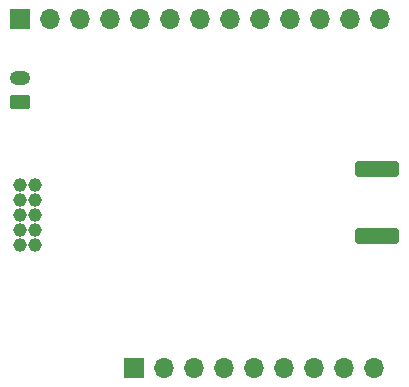
<source format=gbs>
G04 #@! TF.GenerationSoftware,KiCad,Pcbnew,9.0.0*
G04 #@! TF.CreationDate,2025-07-01T12:28:05-04:00*
G04 #@! TF.ProjectId,wio-e5-test,77696f2d-6535-42d7-9465-73742e6b6963,rev?*
G04 #@! TF.SameCoordinates,Original*
G04 #@! TF.FileFunction,Soldermask,Bot*
G04 #@! TF.FilePolarity,Negative*
%FSLAX46Y46*%
G04 Gerber Fmt 4.6, Leading zero omitted, Abs format (unit mm)*
G04 Created by KiCad (PCBNEW 9.0.0) date 2025-07-01 12:28:05*
%MOMM*%
%LPD*%
G01*
G04 APERTURE LIST*
G04 Aperture macros list*
%AMRoundRect*
0 Rectangle with rounded corners*
0 $1 Rounding radius*
0 $2 $3 $4 $5 $6 $7 $8 $9 X,Y pos of 4 corners*
0 Add a 4 corners polygon primitive as box body*
4,1,4,$2,$3,$4,$5,$6,$7,$8,$9,$2,$3,0*
0 Add four circle primitives for the rounded corners*
1,1,$1+$1,$2,$3*
1,1,$1+$1,$4,$5*
1,1,$1+$1,$6,$7*
1,1,$1+$1,$8,$9*
0 Add four rect primitives between the rounded corners*
20,1,$1+$1,$2,$3,$4,$5,0*
20,1,$1+$1,$4,$5,$6,$7,0*
20,1,$1+$1,$6,$7,$8,$9,0*
20,1,$1+$1,$8,$9,$2,$3,0*%
G04 Aperture macros list end*
%ADD10C,1.168400*%
%ADD11R,1.700000X1.700000*%
%ADD12O,1.700000X1.700000*%
%ADD13RoundRect,0.250000X1.600000X-0.425000X1.600000X0.425000X-1.600000X0.425000X-1.600000X-0.425000X0*%
%ADD14RoundRect,0.250000X-0.625000X0.350000X-0.625000X-0.350000X0.625000X-0.350000X0.625000X0.350000X0*%
%ADD15O,1.750000X1.200000*%
G04 APERTURE END LIST*
D10*
G04 #@! TO.C,J3*
X140000000Y-139000000D03*
X141270000Y-139000000D03*
X140000000Y-140270000D03*
X141270000Y-140270000D03*
X140000000Y-141540000D03*
X141270000Y-141540000D03*
X140000000Y-142810000D03*
X141270000Y-142810000D03*
X140000000Y-144080000D03*
X141270000Y-144080000D03*
G04 #@! TD*
D11*
G04 #@! TO.C,J7*
X149660000Y-154500000D03*
D12*
X152200000Y-154500000D03*
X154740000Y-154500000D03*
X157280000Y-154500000D03*
X159820000Y-154500000D03*
X162360000Y-154500000D03*
X164900000Y-154500000D03*
X167440000Y-154500000D03*
X169980000Y-154500000D03*
G04 #@! TD*
D13*
G04 #@! TO.C,J5*
X170250000Y-137675000D03*
X170250000Y-143325000D03*
G04 #@! TD*
D11*
G04 #@! TO.C,J4*
X140000000Y-125000000D03*
D12*
X142540000Y-125000000D03*
X145080000Y-125000000D03*
X147620000Y-125000000D03*
X150160000Y-125000000D03*
X152700000Y-125000000D03*
X155240000Y-125000000D03*
X157780000Y-125000000D03*
X160320000Y-125000000D03*
X162860000Y-125000000D03*
X165400000Y-125000000D03*
X167940000Y-125000000D03*
X170480000Y-125000000D03*
G04 #@! TD*
D14*
G04 #@! TO.C,J1*
X140000000Y-132000000D03*
D15*
X140000000Y-130000000D03*
G04 #@! TD*
M02*

</source>
